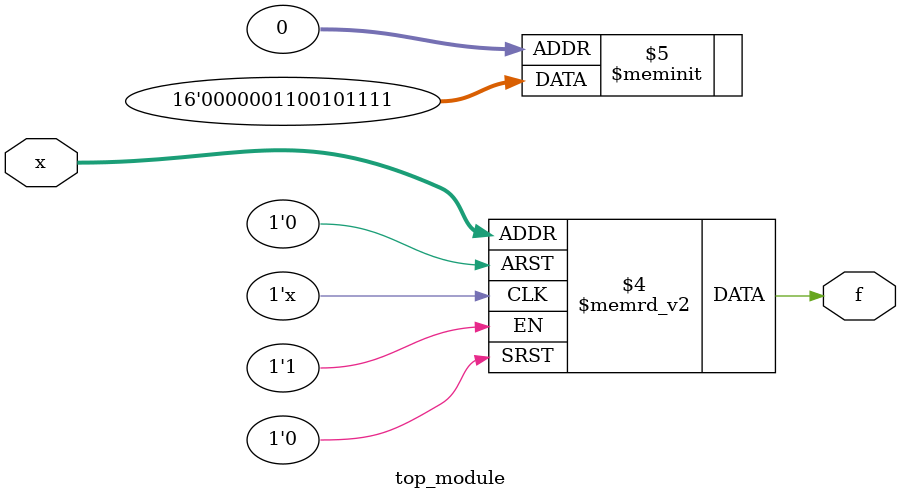
<source format=sv>
module top_module (
    input [4:1] x,
    output logic f
);

    always_comb begin
        case (x)
            4'b0100, 4'b0111, 4'b0110, 4'b1010, 4'b1011, 4'b1100, 4'b1101, 4'b1110, 4'b1111: f = 1'b0;
            default: f = 1'b1;
        endcase
    end

endmodule

</source>
